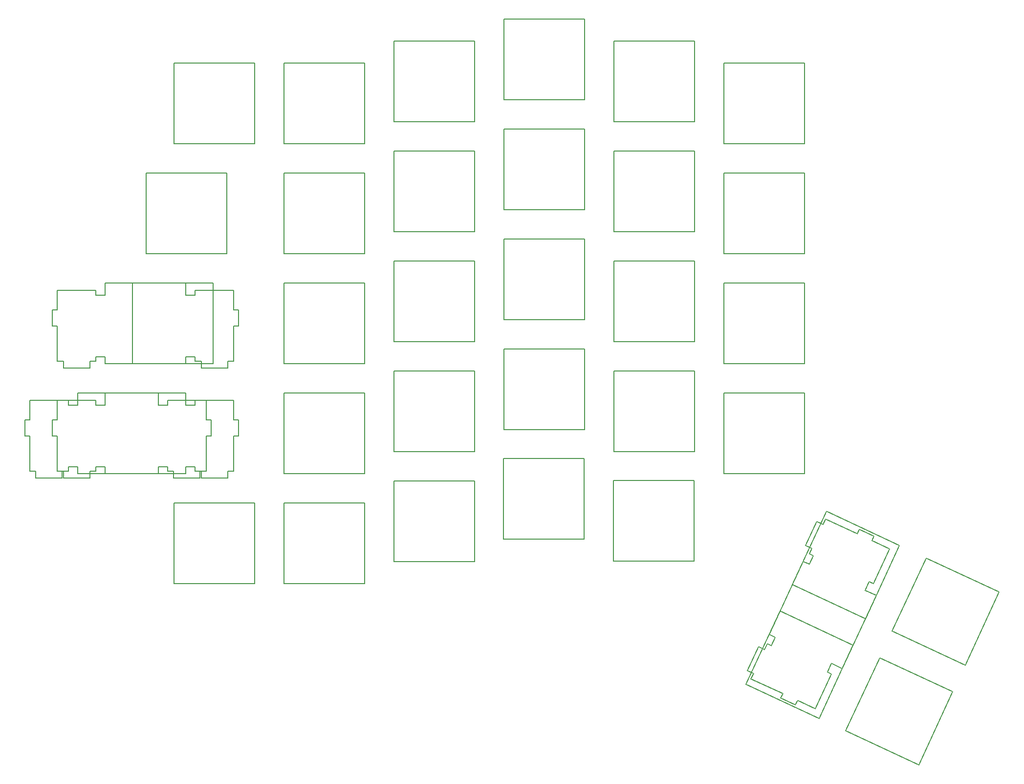
<source format=gbr>
G04 #@! TF.GenerationSoftware,KiCad,Pcbnew,(5.0.2)-1*
G04 #@! TF.CreationDate,2020-01-03T19:42:31+05:30*
G04 #@! TF.ProjectId,ergocape,6572676f-6361-4706-952e-6b696361645f,rev?*
G04 #@! TF.SameCoordinates,Original*
G04 #@! TF.FileFunction,Other,ECO2*
%FSLAX46Y46*%
G04 Gerber Fmt 4.6, Leading zero omitted, Abs format (unit mm)*
G04 Created by KiCad (PCBNEW (5.0.2)-1) date 1/3/2020 7:42:31 PM*
%MOMM*%
%LPD*%
G01*
G04 APERTURE LIST*
%ADD10C,0.152400*%
G04 APERTURE END LIST*
D10*
G04 #@! TO.C,K_TAB1*
X67310000Y-51752500D02*
X53340000Y-51752500D01*
X53340000Y-51752500D02*
X53340000Y-65722500D01*
X53340000Y-65722500D02*
X67310000Y-65722500D01*
X67310000Y-65722500D02*
X67310000Y-51752500D01*
G04 #@! TO.C,K_TH_1U_2*
X180369966Y-135725330D02*
X193031085Y-141629307D01*
X193031085Y-141629307D02*
X187127108Y-154290426D01*
X187127108Y-154290426D02*
X174465989Y-148386449D01*
X174465989Y-148386449D02*
X180369966Y-135725330D01*
G04 #@! TO.C,K_2*
X96202500Y-28892500D02*
X110172500Y-28892500D01*
X110172500Y-28892500D02*
X110172500Y-42862500D01*
X110172500Y-42862500D02*
X96202500Y-42862500D01*
X96202500Y-42862500D02*
X96202500Y-28892500D01*
G04 #@! TO.C,K_3*
X115252500Y-39052500D02*
X115252500Y-25082500D01*
X129222500Y-39052500D02*
X115252500Y-39052500D01*
X129222500Y-25082500D02*
X129222500Y-39052500D01*
X115252500Y-25082500D02*
X129222500Y-25082500D01*
G04 #@! TO.C,K_4*
X134302500Y-28892500D02*
X148272500Y-28892500D01*
X148272500Y-28892500D02*
X148272500Y-42862500D01*
X148272500Y-42862500D02*
X134302500Y-42862500D01*
X134302500Y-42862500D02*
X134302500Y-28892500D01*
G04 #@! TO.C,K_5*
X153352500Y-32702500D02*
X167322500Y-32702500D01*
X167322500Y-32702500D02*
X167322500Y-46672500D01*
X167322500Y-46672500D02*
X153352500Y-46672500D01*
X153352500Y-46672500D02*
X153352500Y-32702500D01*
G04 #@! TO.C,K_A1*
X77152500Y-70802500D02*
X91122500Y-70802500D01*
X91122500Y-70802500D02*
X91122500Y-84772500D01*
X91122500Y-84772500D02*
X77152500Y-84772500D01*
X77152500Y-84772500D02*
X77152500Y-70802500D01*
G04 #@! TO.C,K_ALT1*
X77152500Y-122872500D02*
X77152500Y-108902500D01*
X91122500Y-122872500D02*
X77152500Y-122872500D01*
X91122500Y-108902500D02*
X91122500Y-122872500D01*
X77152500Y-108902500D02*
X91122500Y-108902500D01*
G04 #@! TO.C,K_B1*
X153352500Y-103822500D02*
X153352500Y-89852500D01*
X167322500Y-103822500D02*
X153352500Y-103822500D01*
X167322500Y-89852500D02*
X167322500Y-103822500D01*
X153352500Y-89852500D02*
X167322500Y-89852500D01*
G04 #@! TO.C,K_BOT_1U_1*
X115189000Y-115189000D02*
X115189000Y-101219000D01*
X129159000Y-115189000D02*
X115189000Y-115189000D01*
X129159000Y-101219000D02*
X129159000Y-115189000D01*
X115189000Y-101219000D02*
X129159000Y-101219000D01*
G04 #@! TO.C,K_BOT_1U_2*
X134239000Y-118999000D02*
X134239000Y-105029000D01*
X148209000Y-118999000D02*
X134239000Y-118999000D01*
X148209000Y-105029000D02*
X148209000Y-118999000D01*
X134239000Y-105029000D02*
X148209000Y-105029000D01*
G04 #@! TO.C,K_C1*
X115252500Y-82232500D02*
X129222500Y-82232500D01*
X129222500Y-82232500D02*
X129222500Y-96202500D01*
X129222500Y-96202500D02*
X115252500Y-96202500D01*
X115252500Y-96202500D02*
X115252500Y-82232500D01*
G04 #@! TO.C,K_CAPS1*
X50958750Y-70802500D02*
X64928750Y-70802500D01*
X64928750Y-70802500D02*
X64928750Y-84772500D01*
X64928750Y-84772500D02*
X50958750Y-84772500D01*
X50958750Y-84772500D02*
X50958750Y-70802500D01*
G04 #@! TO.C,K_CTRL1*
X58102500Y-122872500D02*
X58102500Y-108902500D01*
X72072500Y-122872500D02*
X58102500Y-122872500D01*
X72072500Y-108902500D02*
X72072500Y-122872500D01*
X58102500Y-108902500D02*
X72072500Y-108902500D01*
G04 #@! TO.C,K_D1*
X115252500Y-63182500D02*
X129222500Y-63182500D01*
X129222500Y-63182500D02*
X129222500Y-77152500D01*
X129222500Y-77152500D02*
X115252500Y-77152500D01*
X115252500Y-77152500D02*
X115252500Y-63182500D01*
G04 #@! TO.C,K_E1*
X115252500Y-44132500D02*
X129222500Y-44132500D01*
X129222500Y-44132500D02*
X129222500Y-58102500D01*
X129222500Y-58102500D02*
X115252500Y-58102500D01*
X115252500Y-58102500D02*
X115252500Y-44132500D01*
G04 #@! TO.C,K_ENTER_rev_2.25u_1*
X60166250Y-72910700D02*
X60166250Y-70802500D01*
X61791850Y-72910700D02*
X60166250Y-72910700D01*
X61791850Y-72097900D02*
X61791850Y-72910700D01*
X68446650Y-72097900D02*
X61791850Y-72097900D01*
X68446650Y-75501500D02*
X68446650Y-72097900D01*
X69310250Y-75501500D02*
X68446650Y-75501500D01*
X69310250Y-78295500D02*
X69310250Y-75501500D01*
X68446650Y-78295500D02*
X69310250Y-78295500D01*
X68446650Y-84391500D02*
X68446650Y-78295500D01*
X67405250Y-84391500D02*
X68446650Y-84391500D01*
X67405250Y-85559900D02*
X67405250Y-84391500D01*
X62833250Y-85559900D02*
X67405250Y-85559900D01*
X62833250Y-84391500D02*
X62833250Y-85559900D01*
X61791850Y-84391500D02*
X62833250Y-84391500D01*
X61791850Y-83604100D02*
X61791850Y-84391500D01*
X60166250Y-83604100D02*
X61791850Y-83604100D01*
X60166250Y-84772500D02*
X60166250Y-83604100D01*
X46196250Y-84772500D02*
X60166250Y-84772500D01*
X46196250Y-83604100D02*
X46196250Y-84772500D01*
X44570650Y-83604100D02*
X46196250Y-83604100D01*
X44570650Y-84391500D02*
X44570650Y-83604100D01*
X43529250Y-84391500D02*
X44570650Y-84391500D01*
X43529250Y-85559900D02*
X43529250Y-84391500D01*
X38957250Y-85559900D02*
X43529250Y-85559900D01*
X38957250Y-84391500D02*
X38957250Y-85559900D01*
X37915850Y-84391500D02*
X38957250Y-84391500D01*
X37915850Y-78295500D02*
X37915850Y-84391500D01*
X37052250Y-78295500D02*
X37915850Y-78295500D01*
X37052250Y-75501500D02*
X37052250Y-78295500D01*
X37915850Y-75501500D02*
X37052250Y-75501500D01*
X37915850Y-72097900D02*
X37915850Y-75501500D01*
X44570650Y-72097900D02*
X37915850Y-72097900D01*
X44570650Y-72910700D02*
X44570650Y-72097900D01*
X46196250Y-72910700D02*
X44570650Y-72910700D01*
X46196250Y-70802500D02*
X46196250Y-72910700D01*
X60166250Y-70802500D02*
X46196250Y-70802500D01*
G04 #@! TO.C,K_ESC1*
X58102500Y-46672500D02*
X58102500Y-32702500D01*
X72072500Y-46672500D02*
X58102500Y-46672500D01*
X72072500Y-32702500D02*
X72072500Y-46672500D01*
X58102500Y-32702500D02*
X72072500Y-32702500D01*
G04 #@! TO.C,K_F1*
X134302500Y-80962500D02*
X134302500Y-66992500D01*
X148272500Y-80962500D02*
X134302500Y-80962500D01*
X148272500Y-66992500D02*
X148272500Y-80962500D01*
X134302500Y-66992500D02*
X148272500Y-66992500D01*
G04 #@! TO.C,K_G1*
X153352500Y-70802500D02*
X167322500Y-70802500D01*
X167322500Y-70802500D02*
X167322500Y-84772500D01*
X167322500Y-84772500D02*
X153352500Y-84772500D01*
X153352500Y-84772500D02*
X153352500Y-70802500D01*
G04 #@! TO.C,K_Q1*
X77152500Y-65722500D02*
X77152500Y-51752500D01*
X91122500Y-65722500D02*
X77152500Y-65722500D01*
X91122500Y-51752500D02*
X91122500Y-65722500D01*
X77152500Y-51752500D02*
X91122500Y-51752500D01*
G04 #@! TO.C,K_R1*
X134302500Y-61912500D02*
X134302500Y-47942500D01*
X148272500Y-61912500D02*
X134302500Y-61912500D01*
X148272500Y-47942500D02*
X148272500Y-61912500D01*
X134302500Y-47942500D02*
X148272500Y-47942500D01*
G04 #@! TO.C,K_S1*
X96202500Y-80962500D02*
X96202500Y-66992500D01*
X110172500Y-80962500D02*
X96202500Y-80962500D01*
X110172500Y-66992500D02*
X110172500Y-80962500D01*
X96202500Y-66992500D02*
X110172500Y-66992500D01*
G04 #@! TO.C,K_SHIFT1*
X46196250Y-89852500D02*
X60166250Y-89852500D01*
X60166250Y-89852500D02*
X60166250Y-91960700D01*
X60166250Y-91960700D02*
X61791850Y-91960700D01*
X61791850Y-91960700D02*
X61791850Y-91147900D01*
X61791850Y-91147900D02*
X68446650Y-91147900D01*
X68446650Y-91147900D02*
X68446650Y-94551500D01*
X68446650Y-94551500D02*
X69310250Y-94551500D01*
X69310250Y-94551500D02*
X69310250Y-97345500D01*
X69310250Y-97345500D02*
X68446650Y-97345500D01*
X68446650Y-97345500D02*
X68446650Y-103441500D01*
X68446650Y-103441500D02*
X67405250Y-103441500D01*
X67405250Y-103441500D02*
X67405250Y-104609900D01*
X67405250Y-104609900D02*
X62833250Y-104609900D01*
X62833250Y-104609900D02*
X62833250Y-103441500D01*
X62833250Y-103441500D02*
X61791850Y-103441500D01*
X61791850Y-103441500D02*
X61791850Y-102654100D01*
X61791850Y-102654100D02*
X60166250Y-102654100D01*
X60166250Y-102654100D02*
X60166250Y-103822500D01*
X60166250Y-103822500D02*
X46196250Y-103822500D01*
X46196250Y-103822500D02*
X46196250Y-102654100D01*
X46196250Y-102654100D02*
X44570650Y-102654100D01*
X44570650Y-102654100D02*
X44570650Y-103441500D01*
X44570650Y-103441500D02*
X43529250Y-103441500D01*
X43529250Y-103441500D02*
X43529250Y-104609900D01*
X43529250Y-104609900D02*
X38957250Y-104609900D01*
X38957250Y-104609900D02*
X38957250Y-103441500D01*
X38957250Y-103441500D02*
X37915850Y-103441500D01*
X37915850Y-103441500D02*
X37915850Y-97345500D01*
X37915850Y-97345500D02*
X37052250Y-97345500D01*
X37052250Y-97345500D02*
X37052250Y-94551500D01*
X37052250Y-94551500D02*
X37915850Y-94551500D01*
X37915850Y-94551500D02*
X37915850Y-91147900D01*
X37915850Y-91147900D02*
X44570650Y-91147900D01*
X44570650Y-91147900D02*
X44570650Y-91960700D01*
X44570650Y-91960700D02*
X46196250Y-91960700D01*
X46196250Y-91960700D02*
X46196250Y-89852500D01*
G04 #@! TO.C,K_SHIFT_REV_2.75_1*
X55403750Y-89852500D02*
X41433750Y-89852500D01*
X41433750Y-89852500D02*
X41433750Y-91960700D01*
X41433750Y-91960700D02*
X39808150Y-91960700D01*
X39808150Y-91960700D02*
X39808150Y-91147900D01*
X39808150Y-91147900D02*
X33153350Y-91147900D01*
X33153350Y-91147900D02*
X33153350Y-94551500D01*
X33153350Y-94551500D02*
X32289750Y-94551500D01*
X32289750Y-94551500D02*
X32289750Y-97345500D01*
X32289750Y-97345500D02*
X33153350Y-97345500D01*
X33153350Y-97345500D02*
X33153350Y-103441500D01*
X33153350Y-103441500D02*
X34194750Y-103441500D01*
X34194750Y-103441500D02*
X34194750Y-104609900D01*
X34194750Y-104609900D02*
X38766750Y-104609900D01*
X38766750Y-104609900D02*
X38766750Y-103441500D01*
X38766750Y-103441500D02*
X39808150Y-103441500D01*
X39808150Y-103441500D02*
X39808150Y-102654100D01*
X39808150Y-102654100D02*
X41433750Y-102654100D01*
X41433750Y-102654100D02*
X41433750Y-103822500D01*
X41433750Y-103822500D02*
X55403750Y-103822500D01*
X55403750Y-103822500D02*
X55403750Y-102654100D01*
X55403750Y-102654100D02*
X57029350Y-102654100D01*
X57029350Y-102654100D02*
X57029350Y-103441500D01*
X57029350Y-103441500D02*
X58070750Y-103441500D01*
X58070750Y-103441500D02*
X58070750Y-104609900D01*
X58070750Y-104609900D02*
X62642750Y-104609900D01*
X62642750Y-104609900D02*
X62642750Y-103441500D01*
X62642750Y-103441500D02*
X63684150Y-103441500D01*
X63684150Y-103441500D02*
X63684150Y-97345500D01*
X63684150Y-97345500D02*
X64547750Y-97345500D01*
X64547750Y-97345500D02*
X64547750Y-94551500D01*
X64547750Y-94551500D02*
X63684150Y-94551500D01*
X63684150Y-94551500D02*
X63684150Y-91147900D01*
X63684150Y-91147900D02*
X57029350Y-91147900D01*
X57029350Y-91147900D02*
X57029350Y-91960700D01*
X57029350Y-91960700D02*
X55403750Y-91960700D01*
X55403750Y-91960700D02*
X55403750Y-89852500D01*
G04 #@! TO.C,K_T1*
X153352500Y-51752500D02*
X167322500Y-51752500D01*
X167322500Y-51752500D02*
X167322500Y-65722500D01*
X167322500Y-65722500D02*
X153352500Y-65722500D01*
X153352500Y-65722500D02*
X153352500Y-51752500D01*
G04 #@! TO.C,K_TH_1U_1*
X188420845Y-118460167D02*
X201081964Y-124364144D01*
X201081964Y-124364144D02*
X195177987Y-137025263D01*
X195177987Y-137025263D02*
X182516868Y-131121286D01*
X182516868Y-131121286D02*
X188420845Y-118460167D01*
G04 #@! TO.C,K_V1*
X134302500Y-86042500D02*
X148272500Y-86042500D01*
X148272500Y-86042500D02*
X148272500Y-100012500D01*
X148272500Y-100012500D02*
X134302500Y-100012500D01*
X134302500Y-100012500D02*
X134302500Y-86042500D01*
G04 #@! TO.C,K_W1*
X96202500Y-47942500D02*
X110172500Y-47942500D01*
X110172500Y-47942500D02*
X110172500Y-61912500D01*
X110172500Y-61912500D02*
X96202500Y-61912500D01*
X96202500Y-61912500D02*
X96202500Y-47942500D01*
G04 #@! TO.C,K_WIN1*
X96202500Y-105092500D02*
X110172500Y-105092500D01*
X110172500Y-105092500D02*
X110172500Y-119062500D01*
X110172500Y-119062500D02*
X96202500Y-119062500D01*
X96202500Y-119062500D02*
X96202500Y-105092500D01*
G04 #@! TO.C,K_X1*
X96202500Y-100012500D02*
X96202500Y-86042500D01*
X110172500Y-100012500D02*
X96202500Y-100012500D01*
X110172500Y-86042500D02*
X110172500Y-100012500D01*
X96202500Y-86042500D02*
X110172500Y-86042500D01*
G04 #@! TO.C,K_Z1*
X77152500Y-103822500D02*
X77152500Y-89852500D01*
X91122500Y-103822500D02*
X77152500Y-103822500D01*
X91122500Y-89852500D02*
X91122500Y-103822500D01*
X77152500Y-89852500D02*
X91122500Y-89852500D01*
G04 #@! TO.C,K_1*
X77152500Y-32702500D02*
X91122500Y-32702500D01*
X91122500Y-32702500D02*
X91122500Y-46672500D01*
X91122500Y-46672500D02*
X77152500Y-46672500D01*
X77152500Y-46672500D02*
X77152500Y-32702500D01*
G04 #@! TO.C,K_THUMB_1U_4*
X171143472Y-110397436D02*
X183804591Y-116301413D01*
X183804591Y-116301413D02*
X177900614Y-128962532D01*
X177900614Y-128962532D02*
X165239495Y-123058555D01*
X165239495Y-123058555D02*
X171143472Y-110397436D01*
G04 #@! TO.C,K_THUMB_1U_3*
X169849736Y-146227695D02*
X157188617Y-140323718D01*
X157188617Y-140323718D02*
X163092594Y-127662599D01*
X163092594Y-127662599D02*
X175753713Y-133566576D01*
X175753713Y-133566576D02*
X169849736Y-146227695D01*
G04 #@! TO.C,K_THUMB_2U1*
X179791361Y-124945849D02*
X173887384Y-137606968D01*
X173887384Y-137606968D02*
X171976706Y-136716005D01*
X171976706Y-136716005D02*
X171289698Y-138189299D01*
X171289698Y-138189299D02*
X172026345Y-138532803D01*
X172026345Y-138532803D02*
X169213905Y-144564100D01*
X169213905Y-144564100D02*
X166129196Y-143125676D01*
X166129196Y-143125676D02*
X165764223Y-143908364D01*
X165764223Y-143908364D02*
X163231999Y-142727568D01*
X163231999Y-142727568D02*
X163596972Y-141944881D01*
X163596972Y-141944881D02*
X158072120Y-139368600D01*
X158072120Y-139368600D02*
X158512234Y-138424771D01*
X158512234Y-138424771D02*
X157453304Y-137930984D01*
X157453304Y-137930984D02*
X159385515Y-133787345D01*
X159385515Y-133787345D02*
X160444445Y-134281132D01*
X160444445Y-134281132D02*
X160884560Y-133337303D01*
X160884560Y-133337303D02*
X161598186Y-133670072D01*
X161598186Y-133670072D02*
X162285195Y-132196779D01*
X162285195Y-132196779D02*
X161226265Y-131702991D01*
X161226265Y-131702991D02*
X167130242Y-119041872D01*
X167130242Y-119041872D02*
X168189172Y-119535659D01*
X168189172Y-119535659D02*
X168876180Y-118062365D01*
X168876180Y-118062365D02*
X168162553Y-117729595D01*
X168162553Y-117729595D02*
X168602668Y-116785766D01*
X168602668Y-116785766D02*
X167543738Y-116291979D01*
X167543738Y-116291979D02*
X169475949Y-112148340D01*
X169475949Y-112148340D02*
X170534879Y-112642127D01*
X170534879Y-112642127D02*
X170974993Y-111698298D01*
X170974993Y-111698298D02*
X176499845Y-114274579D01*
X176499845Y-114274579D02*
X176864819Y-113491892D01*
X176864819Y-113491892D02*
X179397043Y-114672687D01*
X179397043Y-114672687D02*
X179032069Y-115455374D01*
X179032069Y-115455374D02*
X182116779Y-116893798D01*
X182116779Y-116893798D02*
X179304339Y-122925095D01*
X179304339Y-122925095D02*
X178567692Y-122581591D01*
X178567692Y-122581591D02*
X177880683Y-124054885D01*
X177880683Y-124054885D02*
X179791361Y-124945849D01*
G04 #@! TD*
M02*

</source>
